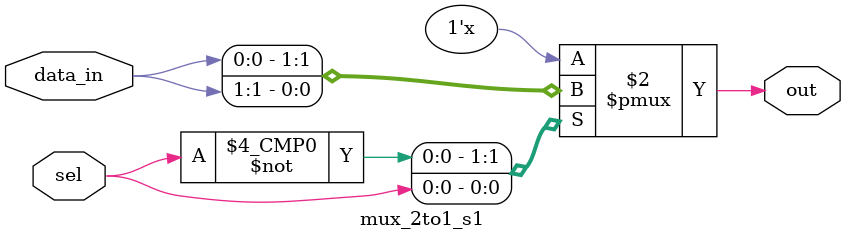
<source format=v>
module mux_2to1_s1(
    input [1:0] data_in,
    input [0:0] sel,
    output reg out
);

always @(*) begin
    case (sel)
        1'd0: out = data_in[0];
        1'd1: out = data_in[1];
        default: out = 1'b0;
    endcase
end

endmodule
</source>
